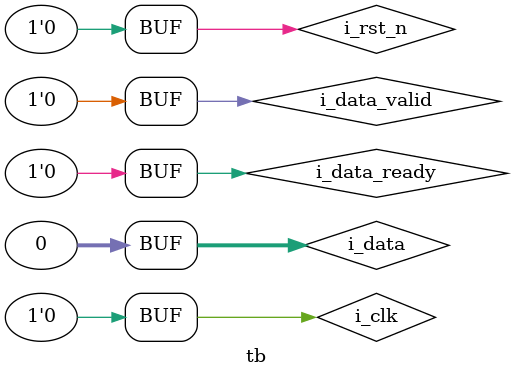
<source format=v>
`timescale 1ns / 1ps


module tb;

	// Inputs
	reg i_clk;
	reg i_rst_n;
	reg i_data_valid;
	reg [31:0] i_data;
	reg i_data_ready;

	// Outputs
	wire o_data_ready;
	wire o_data_valid;
	wire [31:0] o_data;

	// Instantiate the Unit Under Test (UUT)
	top uut (
		.i_clk(i_clk), 
		.i_rst_n(i_rst_n), 
		.i_data_valid(i_data_valid), 
		.i_data(i_data), 
		.o_data_ready(o_data_ready), 
		.o_data_valid(o_data_valid), 
		.o_data(o_data), 
		.i_data_ready(i_data_ready)
	);

	initial begin
		// Initialize Inputs
		i_clk = 0;
		i_rst_n = 0;
		i_data_valid = 0;
		i_data = 0;
		i_data_ready = 0;

		// Wait 100 ns for global reset to finish
		#100;
        
		// Add stimulus here

	end
      
endmodule


</source>
